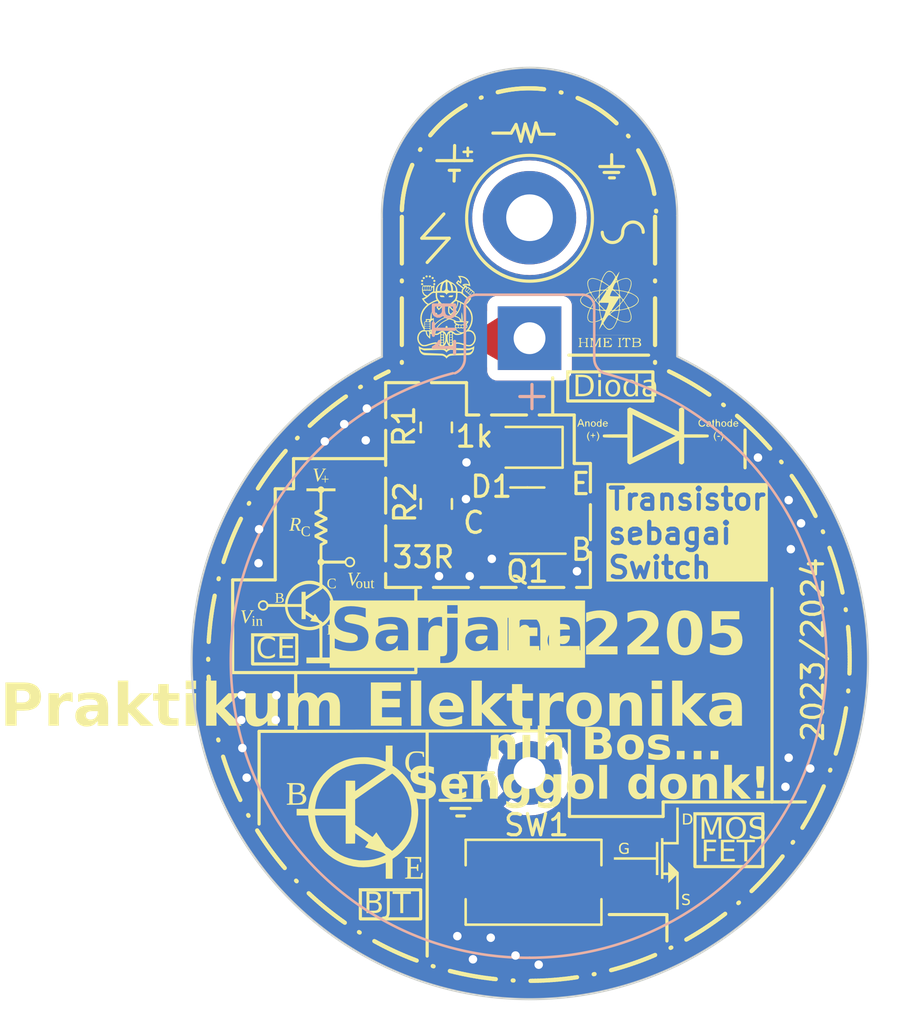
<source format=kicad_pcb>
(kicad_pcb (version 20221018) (generator pcbnew)
  (layers (0 "F.Cu" signal) (31 "B.Cu" signal) (34 "B.Paste" user) (35 "F.Paste" user) (36 "B.SilkS" user "B.Silkscreen") (37 "F.SilkS" user "F.Silkscreen") (38 "B.Mask" user) (39 "F.Mask" user) (44 "Edge.Cuts" user))
  (net 0 "")
  (net 1 "VCC")
  (net 2 "GND")
  (net 3 "Net-(D1-K)")
  (net 4 "Net-(Q1-C)")
  (net 5 "Net-(Q1-B)")
  (net 6 "Net-(SW1-A)")
  (footprint "LED_SMD:LED_0805_2012Metric" (layer "F.Cu") (at 108.2571 59.182 180)
    (fp_text reference "D1" (at 1.6787 -1.8542) (layer "F.SilkS"))
    (fp_text value "LED")
    (pad "1" smd roundrect (at -0.9375 0 180) (size 0.975 1.4) (layers "F.Cu" "F.Paste" "F.Mask") (net 3 "Net-(D1-K)"))
    (pad "2" smd roundrect (at 0.9375 0 180) (size 0.975 1.4) (layers "F.Cu" "F.Paste" "F.Mask") (net 1 "VCC"))
  )
  (footprint "img:diode_silkscreen" (layer "F.Cu") (at 114.3508 58.657414)
    (fp_text reference "G***" hide)
    (fp_text value "LOGO" hide)
  )
  (footprint "MountingHole:MountingHole_2.2mm_M2_Pad" (layer "F.Cu") (at 108.3818 48.3616)
    (fp_text reference "H1" hide)
    (fp_text value "MountingHole")
    (pad "1" thru_hole circle (at 0 0) (size 4.4 4.4) (drill 2.2) (layers "*.Cu" "*.Mask"))
  )
  (footprint "img:HME_silkscreen" (layer "F.Cu") (at 112.141 52.6288)
    (fp_text reference "G***" hide)
    (fp_text value "LOGO" hide)
  )
  (footprint "img:BJT_silkscreen" (layer "F.Cu") (at 100.239034 76.422479)
    (fp_text reference "G***" hide)
    (fp_text value "LOGO" hide)
  )
  (footprint "img:MOSFET_silkscreen" (layer "F.Cu") (at 114.7572 78.5622)
    (fp_text reference "G***" hide)
    (fp_text value "LOGO" hide)
  )
  (footprint "Package_TO_SOT_SMD:SOT-23-3" (layer "F.Cu") (at 108.2802 62.6364 180)
    (fp_text reference "Q1" (at 0 -2.4) (layer "F.SilkS"))
    (fp_text value "NPN")
    (pad "1" smd roundrect (at -1.1375 -0.95 180) (size 1.325 0.6) (layers "F.Cu" "F.Paste" "F.Mask") (net 5 "Net-(Q1-B)"))
    (pad "2" smd roundrect (at -1.1375 0.95 180) (size 1.325 0.6) (layers "F.Cu" "F.Paste" "F.Mask") (net 2 "GND"))
    (pad "3" smd roundrect (at 1.1375 0 180) (size 1.325 0.6) (layers "F.Cu" "F.Paste" "F.Mask") (net 4 "Net-(Q1-C)"))
  )
  (footprint "Resistor_SMD:R_0805_2012Metric" (layer "F.Cu") (at 103.9876 58.2441 -90)
    (fp_text reference "R1" (at -0.0527 1.524 90) (layer "F.SilkS"))
    (fp_text value "1k")
    (pad "1" smd roundrect (at -0.9125 0 270) (size 1.025 1.4) (layers "F.Cu" "F.Paste" "F.Mask") (roundrect_rratio 0.243902439) (net 1 "VCC"))
    (pad "2" smd roundrect (at 0.9125 0 270) (size 1.025 1.4) (layers "F.Cu" "F.Paste" "F.Mask") (roundrect_rratio 0.243902439) (net 6 "Net-(SW1-A)"))
  )
  (footprint "Resistor_SMD:R_0805_2012Metric" (layer "F.Cu") (at 103.9876 61.8509 -90)
    (fp_text reference "R2" (at -0.0781 1.4732 90) (layer "F.SilkS"))
    (fp_text value "33")
    (pad "1" smd roundrect (at -0.9125 0 270) (size 1.025 1.4) (layers "F.Cu" "F.Paste" "F.Mask") (roundrect_rratio 0.243902439) (net 3 "Net-(D1-K)"))
    (pad "2" smd roundrect (at 0.9125 0 270) (size 1.025 1.4) (layers "F.Cu" "F.Paste" "F.Mask") (roundrect_rratio 0.243902439) (net 4 "Net-(Q1-C)"))
  )
  (footprint "img:ITB_silkscreen" (layer "F.Cu") (at 104.4702 53.0352)
    (fp_text reference "G***" hide)
    (fp_text value "LOGO" hide)
  )
  (footprint "Button_Switch_SMD:SW_Tactile_SPST_NO_Straight_CK_PTS636Sx25SMTRLFS" (layer "F.Cu") (at 108.5708 79.6798)
    (fp_text reference "SW1" (at 0.1412 -2.6924 unlocked) (layer "F.SilkS"))
    (fp_text value "SW_SPST")
    (pad "1" smd rect (at -3.875 0) (size 1.25 1) (layers "F.Cu" "F.Paste" "F.Mask") (net 6 "Net-(SW1-A)"))
    (pad "2" smd rect (at 3.875 0) (size 1.25 1) (layers "F.Cu" "F.Paste" "F.Mask") (net 5 "Net-(Q1-B)"))
  )
  (footprint "img:CE_silkscreen" (layer "F.Cu") (at 98.0186 64.77)
    (fp_text reference "G***" hide)
    (fp_text value "LOGO" hide)
  )
  (footprint "Battery:BatteryHolder_Keystone_107_1x23mm" (layer "B.Cu") (at 108.381801 54.039799 -90)
    (fp_text reference "BT1" (at -0.445799 3.987801 90) (layer "B.SilkS") (effects (justify mirror)))
    (fp_text value "3V")
    (fp_text user "+" (at 2.75 0 90) (layer "B.SilkS") (effects (font (size 1.5 1.5)) (justify mirror)))
    (pad "1" thru_hole rect (at 0 0 270) (size 3 3) (drill 1.5) (layers "*.Cu" "*.Mask") (net 1 "VCC"))
    (pad "2" thru_hole circle (at 20.49 0 270) (size 3 3) (drill 1.5) (layers "*.Cu" "*.Mask") (net 2 "GND"))
  )
  (gr_line (start 104.8385 45.6692) (end 104.8512 44.958) (stroke (width 0.15)) (layer "F.SilkS"))
  (gr_line (start 111.6965 45.9486) (end 112.8141 45.9486) (stroke (width 0.15)) (layer "F.SilkS"))
  (gr_line (start 97.3582 72.5678) (end 110.2614 72.5424) (stroke (width 0.15)) (layer "F.SilkS"))
  (gr_line (start 96.393 65.4304) (end 96.393 61.1378) (stroke (width 0.15)) (layer "F.SilkS"))
  (gr_line (start 114.681 76.581) (end 114.681 75.8952) (stroke (width 0.15)) (layer "F.SilkS"))
  (gr_line (start 107.9754 44.7548) (end 108.1786 43.942) (stroke (width 0.15)) (layer "F.SilkS"))
  (gr_line (start 104.1654 75.819) (end 106.0958 75.819) (stroke (width 0.15)) (layer "F.SilkS"))
  (gr_line (start 105.41 57.658) (end 105.41 56.134) (stroke (width 0.15)) (layer "F.SilkS"))
  (gr_line (start 109.474 57.6326) (end 109.474 55.9054) (stroke (width 0.15)) (layer "F.SilkS"))
  (gr_line (start 104.67975 76.2) (end 105.58145 76.2) (stroke (width 0.15)) (layer "F.SilkS"))
  (gr_line (start 114.8588 81.2038) (end 114.8588 82.4484) (stroke (width 0.15)) (layer "F.SilkS"))
  (gr_line (start 105.41 56.134) (end 101.6 56.134) (stroke (width 0.15) (type dash)) (layer "F.SilkS"))
  (gr_line (start 101.6 65.786) (end 111.252 65.786) (stroke (width 0.15) (type dash)) (layer "F.SilkS"))
  (gr_line (start 105.1306 74.5236) (end 105.1306 75.819) (stroke (width 0.15)) (layer "F.SilkS"))
  (gr_line (start 106.6546 44.3738) (end 107.5182 44.3738) (stroke (width 0.15)) (layer "F.SilkS"))
  (gr_line (start 119.8118 75.8952) (end 119.8118 65.8368) (stroke (width 0.15)) (layer "F.SilkS"))
  (gr_line (start 106.68 74.5236) (end 105.1306 74.5236) (stroke (width 0.15)) (layer "F.SilkS"))
  (gr_line (start 107.7468 43.9674) (end 107.9754 44.7548) (stroke (width 0.15)) (layer "F.SilkS"))
  (gr_line (start 97.3582 69.7992) (end 94.3864 69.7992) (stroke (width 0.15)) (layer "F.SilkS"))
  (gr_line (start 110.49 57.658) (end 105.41 57.658) (stroke (width 0.15) (type dash)) (layer "F.SilkS"))
  (gr_arc (start 114.957875 55.601829) (mid 108.361816 84.328) (end 101.738842 55.608023) (stroke (width 0.2) (type dash_dot)) (layer "F.SilkS"))
  (gr_line (start 108.6866 43.8912) (end 108.8644 44.4246) (stroke (width 0.15)) (layer "F.SilkS"))
  (gr_rect (start 95.3262 68.0212) (end 97.409 69.3928) (stroke (width 0.15)) (fill none) (layer "F.SilkS"))
  (gr_line (start 104.8385 46.1264) (end 104.8258 46.6344) (stroke (width 0.15)) (layer "F.SilkS"))
  (gr_line (start 104.5972 49.3268) (end 103.5558 50.4698) (stroke (width 0.15)) (layer "F.SilkS"))
  (gr_line (start 108.1786 43.942) (end 108.458 44.7802) (stroke (width 0.15)) (layer "F.SilkS"))
  (gr_line (start 97.2566 59.7154) (end 101.6 59.7154) (stroke (width 0.15)) (layer "F.SilkS"))
  (gr_line (start 111.8997 46.228) (end 112.5855 46.228) (stroke (width 0.15)) (layer "F.SilkS"))
  (gr_rect (start 116.1796 76.454) (end 119.38 78.9432) (stroke (width 0.15)) (fill none) (layer "F.SilkS"))
  (gr_line (start 114.681 75.8952) (end 119.8118 75.8952) (stroke (width 0.15)) (layer "F.SilkS"))
  (gr_line (start 97.3582 69.7992) (end 97.3582 72.5678) (stroke (width 0.15)) (layer "F.SilkS"))
  (gr_line (start 114.3 48.319) (end 114.3 55.626) (stroke (width 0.2) (type dash_dot)) (layer "F.SilkS"))
  (gr_line (start 111.252 59.944) (end 110.49 59.944) (stroke (width 0.15)) (layer "F.SilkS"))
  (gr_line (start 94.3864 65.4304) (end 96.393 65.4304) (stroke (width 0.15)) (layer "F.SilkS"))
  (gr_arc (start 112.776 49.0474) (mid 113.2586 48.5648) (end 113.7412 49.0474) (stroke (width 0.15)) (layer "F.SilkS"))
  (gr_line (start 104.3432 48.1838) (end 103.3018 49.3268) (stroke (width 0.15)) (layer "F.SilkS"))
  (gr_line (start 103.3018 49.3268) (end 104.5972 49.3268) (stroke (width 0.15)) (layer "F.SilkS"))
  (gr_line (start 94.3864 69.7992) (end 94.3864 65.4304) (stroke (width 0.15)) (layer "F.SilkS"))
  (gr_line (start 102.362 48.319) (end 102.362 55.626) (stroke (width 0.2) (type dash_dot)) (layer "F.SilkS"))
  (gr_line (start 119.8118 75.8952) (end 121.3866 75.8952) (stroke (width 0.15)) (layer "F.SilkS"))
  (gr_line (start 104.9528 76.5556) (end 105.3084 76.5556) (stroke (width 0.15)) (layer "F.SilkS"))
  (gr_line (start 97.3582 72.5678) (end 95.631 72.5678) (stroke (width 0.15)) (layer "F.SilkS"))
  (gr_line (start 110.2614 76.581) (end 114.681 76.581) (stroke (width 0.15)) (layer "F.SilkS"))
  (gr_line (start 104.013 45.6692) (end 105.664 45.6692) (stroke (width 0.15)) (layer "F.SilkS"))
  (gr_line (start 111.252 65.786) (end 111.252 59.944) (stroke (width 0.15) (type dash)) (layer "F.SilkS"))
  (gr_line (start 112.141 81.2038) (end 114.8588 81.2038) (stroke (width 0.15)) (layer "F.SilkS"))
  (gr_line (start 104.5972 46.1264) (end 105.0798 46.1264) (stroke (width 0.15)) (layer "F.SilkS"))
  (gr_line (start 112.2553 45.3898) (end 112.2553 45.9232) (stroke (width 0.15)) (layer "F.SilkS"))
  (gr_line (start 112.1537 46.482) (end 112.3823 46.482) (stroke (width 0.15)) (layer "F.SilkS"))
  (gr_line (start 95.631 72.5678) (end 95.631 76.9366) (stroke (width 0.15)) (layer "F.SilkS"))
  (gr_line (start 108.8644 44.4246) (end 109.5502 44.4246) (stroke (width 0.15)) (layer "F.SilkS"))
  (gr_line (start 96.393 61.1378) (end 97.2566 61.1378) (stroke (width 0.15)) (layer "F.SilkS"))
  (gr_arc (start 102.362001 48.006) (mid 108.48176 42.263236) (end 114.352844 48.26) (stroke (width 0.2) (type dash_dot)) (layer "F.SilkS"))
  (gr_line (start 110.236 54.8386) (end 113.9952 54.8386) (stroke (width 0.15)) (layer "F.SilkS"))
  (gr_line (start 118.5418 58.3692) (end 118.5418 60.1472) (stroke (width 0.15)) (layer "F.SilkS"))
  (gr_arc (start 112.776 49.0474) (mid 112.2934 49.53) (end 111.8108 49.0474) (stroke (width 0.15)) (layer "F.SilkS"))
  (gr_line (start 103.0224 69.7992) (end 103.0224 65.913) (stroke (width 0.15)) (layer "F.SilkS"))
  (gr_circle (center 108.3818 48.387) (end 110.4138 46.228) (stroke (width 0.15)) (fill none) (layer "F.SilkS"))
  (gr_rect (start 100.4062 80.0354) (end 103.251 81.407) (stroke (width 0.15)) (fill none) (layer "F.SilkS"))
  (gr_line (start 97.3582 69.7992) (end 103.0224 69.7992) (stroke (width 0.15)) (layer "F.SilkS"))
  (gr_line (start 107.5182 44.3738) (end 107.7468 43.9674) (stroke (width 0.15)) (layer "F.SilkS"))
  (gr_line (start 101.6 56.134) (end 101.6 65.786) (stroke (width 0.15) (type dash)) (layer "F.SilkS"))
  (gr_line (start 97.2566 61.1378) (end 97.2566 59.7154) (stroke (width 0.15)) (layer "F.SilkS"))
  (gr_line (start 110.49 59.944) (end 110.49 57.658) (stroke (width 0.15)) (layer "F.SilkS"))
  (gr_line (start 110.2614 72.5424) (end 110.2614 76.581) (stroke (width 0.15)) (layer "F.SilkS"))
  (gr_line (start 108.458 44.7802) (end 108.6866 43.8912) (stroke (width 0.15)) (layer "F.SilkS"))
  (gr_rect (start 110.1852 55.626) (end 114.1984 56.9976) (stroke (width 0.15)) (fill none) (layer "F.SilkS"))
  (gr_line (start 103.5558 83.1596) (end 103.5558 72.5932) (stroke (width 0.15)) (layer "F.SilkS"))
  (gr_line (start 101.4222 48.4124) (end 101.4222 54.8984) (stroke (width 0.1)) (layer "Edge.Cuts"))
  (gr_arc (start 101.4222 48.4124) (mid 108.305595 41.299149) (end 115.343068 48.26) (stroke (width 0.1)) (layer "Edge.Cuts"))
  (gr_line (start 115.343068 48.26) (end 115.343068 54.8984) (stroke (width 0.1)) (layer "Edge.Cuts"))
  (gr_arc (start 115.358175 54.908269) (mid 108.404378 85.192419) (end 101.4222 54.9148) (stroke (width 0.1)) (layer "Edge.Cuts"))
  (gr_text "33R" (at 101.8286 64.9478) (layer "F.SilkS") (effects (font (size 1 1)) (justify left bottom)))
  (gr_text "MOS" (at 116.3574 77.8002) (layer "F.SilkS") (effects (font (size 1 1)) (justify left bottom)))
  (gr_text "CE" (at 95.4786 69.2912) (layer "F.SilkS") (effects (font (size 1 1)) (justify left bottom)))
  (gr_text "Dioda" (at 110.4138 56.9468) (layer "F.SilkS") (effects (font (size 1 1)) (justify left bottom)))
  (gr_text "nih Bos..." (at 117.5004 74.1426) (layer "F.SilkS") (effects (font (size 1.5 1.5) (thickness 0.2) bold) (justify right bottom)))
  (gr_text "C" (at 105.156 63.3222) (layer "F.SilkS") (effects (font (size 1 1)) (justify left bottom)))
  (gr_text "FET" (at 116.459 78.867) (layer "F.SilkS") (effects (font (size 1 1)) (justify left bottom)))
  (gr_text "BJT" (at 100.5586 81.3054) (layer "F.SilkS") (effects (font (size 1 1)) (justify left bottom)))
  (gr_text "1k" (at 104.8004 59.2582) (layer "F.SilkS") (effects (font (size 1 1)) (justify left bottom)))
  (gr_text "EL2205\nPraktikum Elektronika" (at 118.618 72.644) (layer "F.SilkS") (effects (font (size 2 2) (thickness 0.2) bold) (justify right bottom)))
  (gr_text "B" (at 110.236 64.5922) (layer "F.SilkS") (effects (font (size 1 1)) (justify left bottom)))
  (gr_text "Sarjana" (at 110.998 69.088) (layer "F.SilkS" knockout) (effects (font (size 2 2) (thickness 0.2) bold) (justify right bottom)))
  (gr_text "Transistor\nsebagai\nSwitch" (at 111.9886 65.4304) (layer "F.SilkS" knockout) (effects (font (size 1 1) (thickness 0.2) bold) (justify left bottom)))
  (gr_text "E" (at 110.236 61.4934) (layer "F.SilkS") (effects (font (size 1 1)) (justify left bottom)))
  (gr_text "Senggol donk!" (at 119.7356 75.9968) (layer "F.SilkS") (effects (font (size 1.5 1.5) (thickness 0.2) bold) (justify right bottom)))
  (gr_text "+" (at 105.0798 45.5168) (layer "F.SilkS") (effects (font (size 0.5 0.5) (thickness 0.125)) (justify left bottom)))
  (gr_text "2023/2024" (at 122.3264 73.152 90) (layer "F.SilkS") (effects (font (size 1 1)) (justify left bottom)))
  (segment (start 106.426 59.182) (end 104.5756 57.3316) (width 0.8) (layer "F.Cu") (net 1))
  (segment (start 103.9876 55.5244) (end 105.41 54.102) (width 0.8) (layer "F.Cu") (net 1))
  (segment (start 105.41 54.102) (end 108.3196 54.102) (width 0.8) (layer "F.Cu") (net 1))
  (segment (start 104.5756 57.3316) (end 103.9876 57.3316) (width 0.8) (layer "F.Cu") (net 1))
  (segment (start 107.3196 59.182) (end 106.426 59.182) (width 0.8) (layer "F.Cu") (net 1))
  (segment (start 103.9876 57.3316) (end 103.9876 55.5244) (width 0.8) (layer "F.Cu") (net 1))
  (segment (start 108.3196 54.102) (end 108.381801 54.039799) (width 0.8) (layer "F.Cu") (net 1))
  (via (at 120.4468 75.184) (size 0.8) (drill 0.4) (layers "F.Cu" "B.Cu") (net 2))
  (via (at 105.5624 65.2526) (size 0.8) (drill 0.4) (layers "F.Cu" "B.Cu") (net 2))
  (via (at 106.6038 64.4398) (size 0.8) (drill 0.4) (layers "F.Cu" "B.Cu") (net 2))
  (via (at 94.8436 73.3552) (size 0.8) (drill 0.4) (layers "F.Cu" "B.Cu") (net 2))
  (via (at 104.9782 82.2198) (size 0.8) (drill 0.4) (layers "F.Cu" "B.Cu") (net 2))
  (via (at 108.8136 83.566) (size 0.8) (drill 0.4) (layers "F.Cu" "B.Cu") (net 2))
  (via (at 120.5992 61.6712) (size 0.8) (drill 0.4) (layers "F.Cu" "B.Cu") (net 2))
  (via (at 105.7148 83.312) (size 0.8) (drill 0.4) (layers "F.Cu" "B.Cu") (net 2))
  (via (at 95.0468 74.7522) (size 0.8) (drill 0.4) (layers "F.Cu" "B.Cu") (net 2))
  (via (at 121.1834 62.7634) (size 0.8) (drill 0.4) (layers "F.Cu" "B.Cu") (net 2))
  (via (at 120.7008 63.9826) (size 0.8) (drill 0.4) (layers "F.Cu" "B.Cu") (net 2))
  (via (at 95.6056 64.643) (size 0.8) (drill 0.4) (layers "F.Cu" "B.Cu") (net 2))
  (via (at 119.1514 59.6646) (size 0.8) (drill 0.4) (layers "F.Cu" "B.Cu") (net 2))
  (via (at 121.6152 74.3204) (size 0.8) (drill 0.4) (layers "F.Cu" "B.Cu") (net 2))
  (via (at 107.7214 83.1342) (size 0.8) (drill 0.4) (layers "F.Cu" "B.Cu") (net 2))
  (via (at 98.7298 58.9026) (size 0.8) (drill 0.4) (layers "F.Cu" "B.Cu") (net 2))
  (via (at 94.8182 70.866) (size 0.8) (drill 0.4) (layers "F.Cu" "B.Cu") (net 2))
  (via (at 104.1146 65.2526) (size 0.8) (drill 0.4) (layers "F.Cu" "B.Cu") (net 2))
  (via (at 99.6442 58.0898) (size 0.8) (drill 0.4) (layers "F.Cu" "B.Cu") (net 2))
  (via (at 100.711 57.3532) (size 0.8) (drill 0.4) (layers "F.Cu" "B.Cu") (net 2))
  (via (at 95.631 63.0428) (size 0.8) (drill 0.4) (layers "F.Cu" "B.Cu") (net 2))
  (via (at 96.4438 70.866) (size 0.8) (drill 0.4) (layers "F.Cu" "B.Cu") (net 2))
  (via (at 105.3846 61.6204) (size 0.8) (drill 0.4) (layers "F.Cu" "B.Cu") (net 2))
  (via (at 100.6602 58.8518) (size 0.8) (drill 0.4) (layers "F.Cu" "B.Cu") (net 2))
  (via (at 94.7928 72.0344) (size 0.8) (drill 0.4) (layers "F.Cu" "B.Cu") (net 2))
  (via (at 110.617 65.024) (size 0.8) (drill 0.4) (layers "F.Cu" "B.Cu") (net 2))
  (via (at 96.4184 72.0344) (size 0.8) (drill 0.4) (layers "F.Cu" "B.Cu") (net 2))
  (via (at 105.41 59.8932) (size 0.8) (drill 0.4) (layers "F.Cu" "B.Cu") (net 2))
  (via (at 106.553 82.296) (size 0.8) (drill 0.4) (layers "F.Cu" "B.Cu") (net 2))
  (via (at 120.5992 73.8124) (size 0.8) (drill 0.4) (layers "F.Cu" "B.Cu") (net 2))
  (segment (start 102.362 66.04) (end 105.918 69.596) (width 0.8) (layer "F.Cu") (net 3))
  (segment (start 110.236 82.296) (end 114.046 82.296) (width 0.8) (layer "F.Cu") (net 3))
  (segment (start 116.332 80.01) (end 116.332 68.072) (width 0.8) (layer "F.Cu") (net 3))
  (segment (start 105.918 69.596) (end 105.918 77.978) (width 0.8) (layer "F.Cu") (net 3))
  (segment (start 114.046 82.296) (end 116.332 80.01) (width 0.8) (layer "F.Cu") (net 3))
  (segment (start 116.332 68.072) (end 111.506 63.246) (width 0.8) (layer "F.Cu") (net 3))
  (segment (start 111.506 60.198) (end 110.49 59.182) (width 0.8) (layer "F.Cu") (net 3))
  (segment (start 105.918 77.978) (end 110.236 82.296) (width 0.8) (layer "F.Cu") (net 3))
  (segment (start 111.506 63.246) (end 111.506 60.198) (width 0.8) (layer "F.Cu") (net 3))
  (segment (start 103.1456 60.9384) (end 102.362 61.722) (width 0.8) (layer "F.Cu") (net 3))
  (segment (start 102.362 61.722) (end 102.362 66.04) (width 0.8) (layer "F.Cu") (net 3))
  (segment (start 110.49 59.182) (end 109.1946 59.182) (width 0.8) (layer "F.Cu") (net 3))
  (segment (start 103.9876 60.9384) (end 103.1456 60.9384) (width 0.8) (layer "F.Cu") (net 3))
  (segment (start 107.1427 62.6364) (end 104.1146 62.6364) (width 0.4) (layer "F.Cu") (net 4))
  (segment (start 104.1146 62.6364) (end 103.9876 62.7634) (width 0.4) (layer "F.Cu") (net 4))
  (segment (start 112.4458 71.628) (end 112.4458 79.6798) (width 0.4) (layer "F.Cu") (net 5))
  (segment (start 109.4177 68.5999) (end 112.4458 71.628) (width 0.4) (layer "F.Cu") (net 5))
  (segment (start 109.4177 63.5864) (end 109.4177 68.5999) (width 0.4) (layer "F.Cu") (net 5))
  (segment (start 100.838 67.056) (end 104.6958 70.9138) (width 0.8) (layer "F.Cu") (net 6))
  (segment (start 102.8954 59.1566) (end 100.838 61.214) (width 0.8) (layer "F.Cu") (net 6))
  (segment (start 104.6958 70.9138) (end 104.6958 79.6798) (width 0.8) (layer "F.Cu") (net 6))
  (segment (start 103.9876 59.1566) (end 102.8954 59.1566) (width 0.8) (layer "F.Cu") (net 6))
  (segment (start 100.838 61.214) (end 100.838 67.056) (width 0.8) (layer "F.Cu") (net 6))
  (zone (net 2) (net_name "GND") (layers "F&B.Cu") (connect_pads (clearance 0.5)) (min_thickness 0.25) (fill yes (thermal_gap 0.5) (thermal_bridge_width 0.5))
    (polygon (pts (xy 88.9 38.1) (xy 127 38.1) (xy 127 86.36) (xy 88.9 86.36)))
  )
)
</source>
